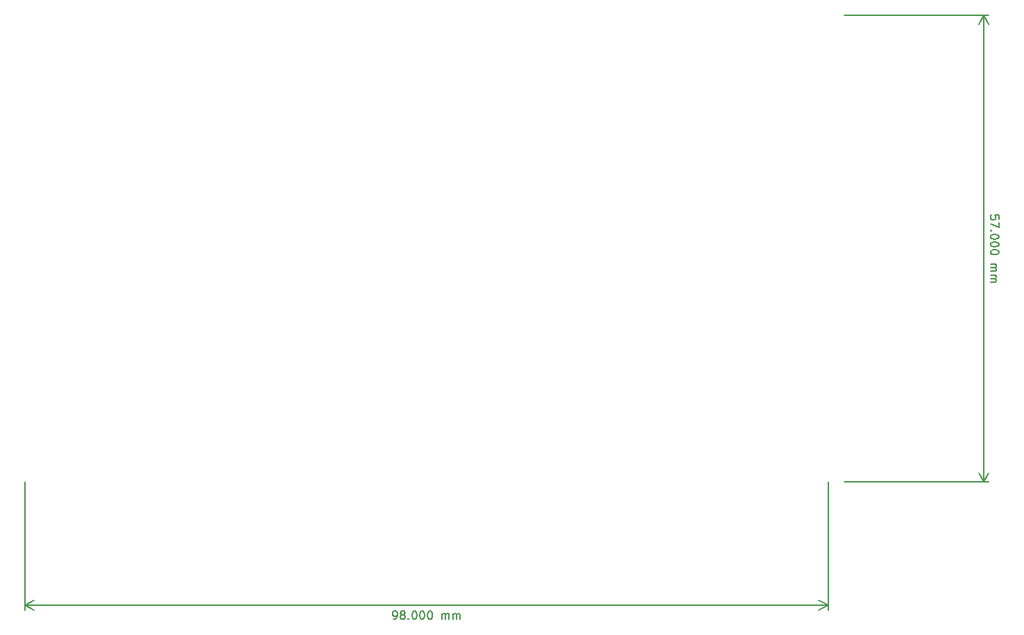
<source format=gbr>
%TF.GenerationSoftware,KiCad,Pcbnew,5.1.6-c6e7f7d~86~ubuntu20.04.1*%
%TF.CreationDate,2020-06-02T12:53:55+01:00*%
%TF.ProjectId,PC_driver,50435f64-7269-4766-9572-2e6b69636164,rev?*%
%TF.SameCoordinates,Original*%
%TF.FileFunction,Other,ECO2*%
%FSLAX46Y46*%
G04 Gerber Fmt 4.6, Leading zero omitted, Abs format (unit mm)*
G04 Created by KiCad (PCBNEW 5.1.6-c6e7f7d~86~ubuntu20.04.1) date 2020-06-02 12:53:55*
%MOMM*%
%LPD*%
G01*
G04 APERTURE LIST*
%ADD10C,0.150000*%
G04 APERTURE END LIST*
D10*
X210847619Y-71880952D02*
X210847619Y-71404761D01*
X210371428Y-71357142D01*
X210419047Y-71404761D01*
X210466666Y-71500000D01*
X210466666Y-71738095D01*
X210419047Y-71833333D01*
X210371428Y-71880952D01*
X210276190Y-71928571D01*
X210038095Y-71928571D01*
X209942857Y-71880952D01*
X209895238Y-71833333D01*
X209847619Y-71738095D01*
X209847619Y-71500000D01*
X209895238Y-71404761D01*
X209942857Y-71357142D01*
X210847619Y-72261904D02*
X210847619Y-72928571D01*
X209847619Y-72500000D01*
X209942857Y-73309523D02*
X209895238Y-73357142D01*
X209847619Y-73309523D01*
X209895238Y-73261904D01*
X209942857Y-73309523D01*
X209847619Y-73309523D01*
X210847619Y-73976190D02*
X210847619Y-74071428D01*
X210800000Y-74166666D01*
X210752380Y-74214285D01*
X210657142Y-74261904D01*
X210466666Y-74309523D01*
X210228571Y-74309523D01*
X210038095Y-74261904D01*
X209942857Y-74214285D01*
X209895238Y-74166666D01*
X209847619Y-74071428D01*
X209847619Y-73976190D01*
X209895238Y-73880952D01*
X209942857Y-73833333D01*
X210038095Y-73785714D01*
X210228571Y-73738095D01*
X210466666Y-73738095D01*
X210657142Y-73785714D01*
X210752380Y-73833333D01*
X210800000Y-73880952D01*
X210847619Y-73976190D01*
X210847619Y-74928571D02*
X210847619Y-75023809D01*
X210800000Y-75119047D01*
X210752380Y-75166666D01*
X210657142Y-75214285D01*
X210466666Y-75261904D01*
X210228571Y-75261904D01*
X210038095Y-75214285D01*
X209942857Y-75166666D01*
X209895238Y-75119047D01*
X209847619Y-75023809D01*
X209847619Y-74928571D01*
X209895238Y-74833333D01*
X209942857Y-74785714D01*
X210038095Y-74738095D01*
X210228571Y-74690476D01*
X210466666Y-74690476D01*
X210657142Y-74738095D01*
X210752380Y-74785714D01*
X210800000Y-74833333D01*
X210847619Y-74928571D01*
X210847619Y-75880952D02*
X210847619Y-75976190D01*
X210800000Y-76071428D01*
X210752380Y-76119047D01*
X210657142Y-76166666D01*
X210466666Y-76214285D01*
X210228571Y-76214285D01*
X210038095Y-76166666D01*
X209942857Y-76119047D01*
X209895238Y-76071428D01*
X209847619Y-75976190D01*
X209847619Y-75880952D01*
X209895238Y-75785714D01*
X209942857Y-75738095D01*
X210038095Y-75690476D01*
X210228571Y-75642857D01*
X210466666Y-75642857D01*
X210657142Y-75690476D01*
X210752380Y-75738095D01*
X210800000Y-75785714D01*
X210847619Y-75880952D01*
X209847619Y-77404761D02*
X210514285Y-77404761D01*
X210419047Y-77404761D02*
X210466666Y-77452380D01*
X210514285Y-77547619D01*
X210514285Y-77690476D01*
X210466666Y-77785714D01*
X210371428Y-77833333D01*
X209847619Y-77833333D01*
X210371428Y-77833333D02*
X210466666Y-77880952D01*
X210514285Y-77976190D01*
X210514285Y-78119047D01*
X210466666Y-78214285D01*
X210371428Y-78261904D01*
X209847619Y-78261904D01*
X209847619Y-78738095D02*
X210514285Y-78738095D01*
X210419047Y-78738095D02*
X210466666Y-78785714D01*
X210514285Y-78880952D01*
X210514285Y-79023809D01*
X210466666Y-79119047D01*
X210371428Y-79166666D01*
X209847619Y-79166666D01*
X210371428Y-79166666D02*
X210466666Y-79214285D01*
X210514285Y-79309523D01*
X210514285Y-79452380D01*
X210466666Y-79547619D01*
X210371428Y-79595238D01*
X209847619Y-79595238D01*
X209000000Y-47000000D02*
X209000000Y-104000000D01*
X192000000Y-47000000D02*
X209586421Y-47000000D01*
X192000000Y-104000000D02*
X209586421Y-104000000D01*
X209000000Y-104000000D02*
X208413579Y-102873496D01*
X209000000Y-104000000D02*
X209586421Y-102873496D01*
X209000000Y-47000000D02*
X208413579Y-48126504D01*
X209000000Y-47000000D02*
X209586421Y-48126504D01*
X136952380Y-120752380D02*
X137142857Y-120752380D01*
X137238095Y-120704761D01*
X137285714Y-120657142D01*
X137380952Y-120514285D01*
X137428571Y-120323809D01*
X137428571Y-119942857D01*
X137380952Y-119847619D01*
X137333333Y-119800000D01*
X137238095Y-119752380D01*
X137047619Y-119752380D01*
X136952380Y-119800000D01*
X136904761Y-119847619D01*
X136857142Y-119942857D01*
X136857142Y-120180952D01*
X136904761Y-120276190D01*
X136952380Y-120323809D01*
X137047619Y-120371428D01*
X137238095Y-120371428D01*
X137333333Y-120323809D01*
X137380952Y-120276190D01*
X137428571Y-120180952D01*
X138000000Y-120180952D02*
X137904761Y-120133333D01*
X137857142Y-120085714D01*
X137809523Y-119990476D01*
X137809523Y-119942857D01*
X137857142Y-119847619D01*
X137904761Y-119800000D01*
X138000000Y-119752380D01*
X138190476Y-119752380D01*
X138285714Y-119800000D01*
X138333333Y-119847619D01*
X138380952Y-119942857D01*
X138380952Y-119990476D01*
X138333333Y-120085714D01*
X138285714Y-120133333D01*
X138190476Y-120180952D01*
X138000000Y-120180952D01*
X137904761Y-120228571D01*
X137857142Y-120276190D01*
X137809523Y-120371428D01*
X137809523Y-120561904D01*
X137857142Y-120657142D01*
X137904761Y-120704761D01*
X138000000Y-120752380D01*
X138190476Y-120752380D01*
X138285714Y-120704761D01*
X138333333Y-120657142D01*
X138380952Y-120561904D01*
X138380952Y-120371428D01*
X138333333Y-120276190D01*
X138285714Y-120228571D01*
X138190476Y-120180952D01*
X138809523Y-120657142D02*
X138857142Y-120704761D01*
X138809523Y-120752380D01*
X138761904Y-120704761D01*
X138809523Y-120657142D01*
X138809523Y-120752380D01*
X139476190Y-119752380D02*
X139571428Y-119752380D01*
X139666666Y-119800000D01*
X139714285Y-119847619D01*
X139761904Y-119942857D01*
X139809523Y-120133333D01*
X139809523Y-120371428D01*
X139761904Y-120561904D01*
X139714285Y-120657142D01*
X139666666Y-120704761D01*
X139571428Y-120752380D01*
X139476190Y-120752380D01*
X139380952Y-120704761D01*
X139333333Y-120657142D01*
X139285714Y-120561904D01*
X139238095Y-120371428D01*
X139238095Y-120133333D01*
X139285714Y-119942857D01*
X139333333Y-119847619D01*
X139380952Y-119800000D01*
X139476190Y-119752380D01*
X140428571Y-119752380D02*
X140523809Y-119752380D01*
X140619047Y-119800000D01*
X140666666Y-119847619D01*
X140714285Y-119942857D01*
X140761904Y-120133333D01*
X140761904Y-120371428D01*
X140714285Y-120561904D01*
X140666666Y-120657142D01*
X140619047Y-120704761D01*
X140523809Y-120752380D01*
X140428571Y-120752380D01*
X140333333Y-120704761D01*
X140285714Y-120657142D01*
X140238095Y-120561904D01*
X140190476Y-120371428D01*
X140190476Y-120133333D01*
X140238095Y-119942857D01*
X140285714Y-119847619D01*
X140333333Y-119800000D01*
X140428571Y-119752380D01*
X141380952Y-119752380D02*
X141476190Y-119752380D01*
X141571428Y-119800000D01*
X141619047Y-119847619D01*
X141666666Y-119942857D01*
X141714285Y-120133333D01*
X141714285Y-120371428D01*
X141666666Y-120561904D01*
X141619047Y-120657142D01*
X141571428Y-120704761D01*
X141476190Y-120752380D01*
X141380952Y-120752380D01*
X141285714Y-120704761D01*
X141238095Y-120657142D01*
X141190476Y-120561904D01*
X141142857Y-120371428D01*
X141142857Y-120133333D01*
X141190476Y-119942857D01*
X141238095Y-119847619D01*
X141285714Y-119800000D01*
X141380952Y-119752380D01*
X142904761Y-120752380D02*
X142904761Y-120085714D01*
X142904761Y-120180952D02*
X142952380Y-120133333D01*
X143047619Y-120085714D01*
X143190476Y-120085714D01*
X143285714Y-120133333D01*
X143333333Y-120228571D01*
X143333333Y-120752380D01*
X143333333Y-120228571D02*
X143380952Y-120133333D01*
X143476190Y-120085714D01*
X143619047Y-120085714D01*
X143714285Y-120133333D01*
X143761904Y-120228571D01*
X143761904Y-120752380D01*
X144238095Y-120752380D02*
X144238095Y-120085714D01*
X144238095Y-120180952D02*
X144285714Y-120133333D01*
X144380952Y-120085714D01*
X144523809Y-120085714D01*
X144619047Y-120133333D01*
X144666666Y-120228571D01*
X144666666Y-120752380D01*
X144666666Y-120228571D02*
X144714285Y-120133333D01*
X144809523Y-120085714D01*
X144952380Y-120085714D01*
X145047619Y-120133333D01*
X145095238Y-120228571D01*
X145095238Y-120752380D01*
X92000000Y-119000000D02*
X190000000Y-119000000D01*
X92000000Y-104000000D02*
X92000000Y-119586421D01*
X190000000Y-104000000D02*
X190000000Y-119586421D01*
X190000000Y-119000000D02*
X188873496Y-119586421D01*
X190000000Y-119000000D02*
X188873496Y-118413579D01*
X92000000Y-119000000D02*
X93126504Y-119586421D01*
X92000000Y-119000000D02*
X93126504Y-118413579D01*
M02*

</source>
